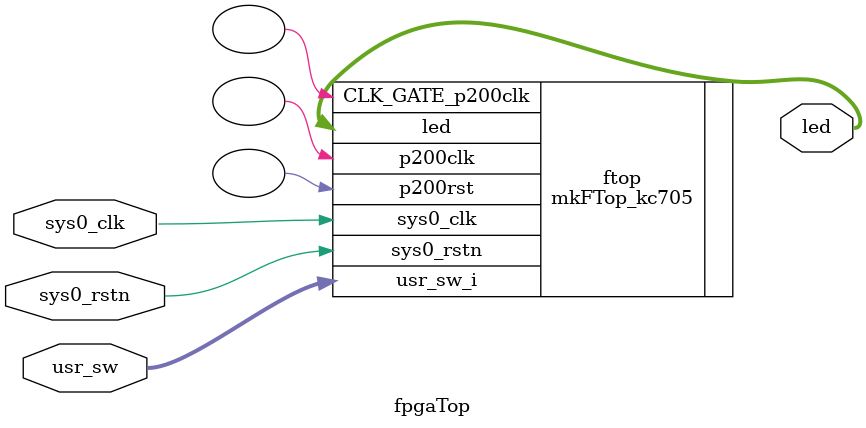
<source format=v>

module fpgaTop (
  input  wire         sys0_clk,      // 200 MHz free-running
  input  wire         sys0_rstn,     // External active-low reset 
  //input  wire         pcie_clk,      // PCIe Clock
  //input  wire         pcie_rstn,     // PCIe Reset
  //input  wire [ 3:0]  pcie_rx,       // PCIe lanes...
  //output wire [ 3:0]  pcie_tx,
  input  wire [ 7:0]  usr_sw,        // dip-switches
  output wire [ 7:0]  led            // leds
);

// Instance and connect mkFTop...
 mkFTop_kc705 ftop (
  .sys0_clk         (sys0_clk),
  .sys0_rstn        (sys0_rstn),
  //.pcie_clk         (pcie_clk),
  //.pcie_rstn        (pcie_rstn),
  //.pcie_rx_i        (pcie_rx),
  //.pcie_tx          (pcie_tx),
  .usr_sw_i         (usr_sw),
  .led              (led),
  .p200clk          (),
  .CLK_GATE_p200clk (),
  .p200rst          ()
);

endmodule

</source>
